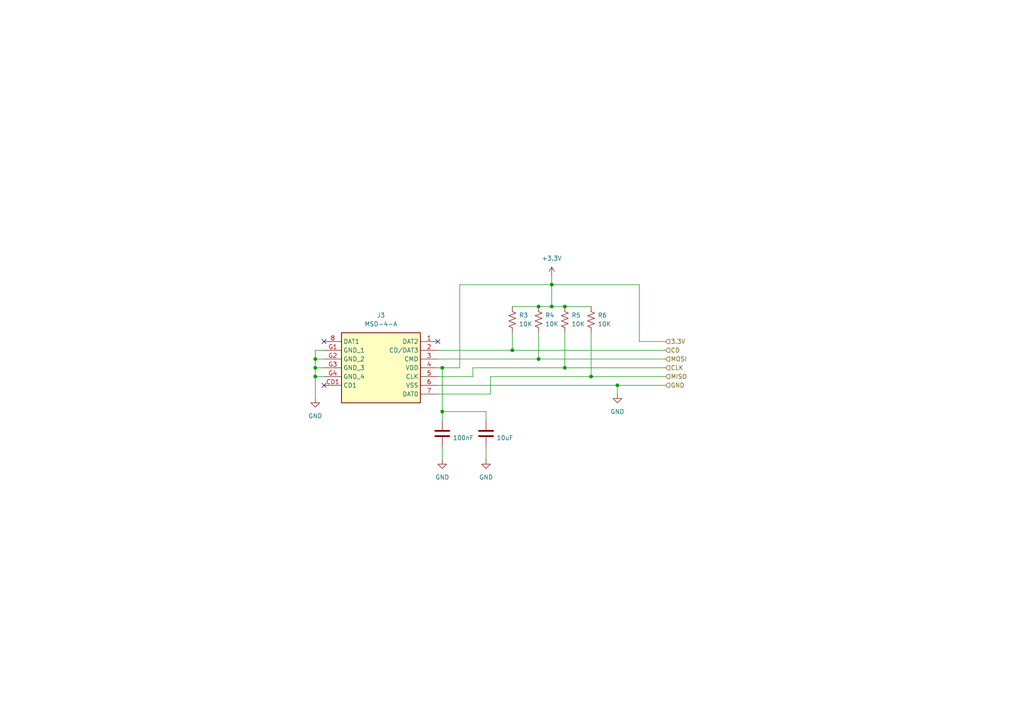
<source format=kicad_sch>
(kicad_sch (version 20231120) (generator "eeschema") (generator_version "8.0")
  (paper "A4")
  (lib_symbols
    (symbol "Device:C" (pin_numbers hide) (pin_names (offset 0.254))
      (property "Reference" "C" (at 0.635 2.54 0))
      (property "Value" "C" (at 0.635 -2.54 0))
      (symbol "C_0_1"
        (polyline (pts (xy -2.032 -0.762) (xy 2.032 -0.762)) (stroke (width 0.508)))
        (polyline (pts (xy -2.032 0.762) (xy 2.032 0.762)) (stroke (width 0.508)))
      )
      (symbol "C_1_1"
        (pin passive line (at 0 3.81 270) (length 2.794) (name "~") (number "1"))
        (pin passive line (at 0 -3.81 90) (length 2.794) (name "~") (number "2"))
      )
    )
    (symbol "Device:R_US" (pin_numbers hide) (pin_names (offset 0))
      (property "Reference" "R" (at 2.54 0 90))
      (property "Value" "R_US" (at -2.54 0 90))
      (symbol "R_US_0_1"
        (polyline (pts (xy 0 -2.286) (xy 0 -2.54)))
        (polyline (pts (xy 0 2.286) (xy 0 2.54)))
        (polyline (pts (xy 0 -0.762) (xy 1.016 -1.143) (xy 0 -1.524) (xy -1.016 -1.905) (xy 0 -2.286)))
        (polyline (pts (xy 0 0.762) (xy 1.016 0.381) (xy 0 0) (xy -1.016 -0.381) (xy 0 -0.762)))
        (polyline (pts (xy 0 2.286) (xy 1.016 1.905) (xy 0 1.524) (xy -1.016 1.143) (xy 0 0.762)))
      )
      (symbol "R_US_1_1"
        (pin passive line (at 0 3.81 270) (length 1.27) (name "~") (number "1"))
        (pin passive line (at 0 -3.81 90) (length 1.27) (name "~") (number "2"))
      )
    )
    (symbol "MSD-4-A:MSD-4-A"
      (property "Reference" "J" (at 29.21 7.62 0))
      (property "Value" "MSD-4-A" (at 29.21 5.08 0))
      (symbol "MSD-4-A_1_1"
        (rectangle (start 5.08 2.54) (end 27.94 -17.78) (stroke (width 0.254)) (fill (type background)))
        (pin passive line (at 0 0 0) (length 5.08) (name "DAT2") (number "1"))
        (pin passive line (at 0 -2.54 0) (length 5.08) (name "CD/DAT3") (number "2"))
        (pin passive line (at 0 -5.08 0) (length 5.08) (name "CMD") (number "3"))
        (pin passive line (at 0 -7.62 0) (length 5.08) (name "VDD") (number "4"))
        (pin passive line (at 0 -10.16 0) (length 5.08) (name "CLK") (number "5"))
        (pin passive line (at 0 -12.7 0) (length 5.08) (name "VSS") (number "6"))
        (pin passive line (at 0 -15.24 0) (length 5.08) (name "DAT0") (number "7"))
        (pin passive line (at 33.02 0 180) (length 5.08) (name "DAT1") (number "8"))
        (pin passive line (at 33.02 -12.7 180) (length 5.08) (name "CD1") (number "CD1"))
        (pin passive line (at 33.02 -2.54 180) (length 5.08) (name "GND_1") (number "G1"))
        (pin passive line (at 33.02 -5.08 180) (length 5.08) (name "GND_2") (number "G2"))
        (pin passive line (at 33.02 -7.62 180) (length 5.08) (name "GND_3") (number "G3"))
        (pin passive line (at 33.02 -10.16 180) (length 5.08) (name "GND_4") (number "G4"))
      )
    )
    (symbol "power:+3.3V" (power) (pin_numbers hide) (pin_names (offset 0) hide)
      (property "Value" "+3.3V" (at 0 3.556 0))
      (symbol "+3.3V_0_1"
        (polyline (pts (xy -0.762 1.27) (xy 0 2.54)))
        (polyline (pts (xy 0 0) (xy 0 2.54)))
        (polyline (pts (xy 0 2.54) (xy 0.762 1.27)))
      )
      (symbol "+3.3V_1_1"
        (pin power_in line (at 0 0 90) (length 0) (name "~") (number "1"))
      )
    )
    (symbol "power:GND" (power) (pin_numbers hide) (pin_names (offset 0) hide)
      (property "Value" "GND" (at 0 -3.81 0))
      (symbol "GND_0_1"
        (polyline (pts (xy 0 0) (xy 0 -1.27) (xy 1.27 -1.27) (xy 0 -2.54) (xy -1.27 -1.27) (xy 0 -1.27)))
      )
      (symbol "GND_1_1"
        (pin power_in line (at 0 0 270) (length 0) (name "~") (number "1"))
      )
    )
  )
  (junction (at 179.07 111.76))
  (junction (at 91.44 109.22))
  (junction (at 171.45 109.22))
  (junction (at 163.83 88.9))
  (junction (at 148.59 101.6))
  (junction (at 160.02 88.9))
  (junction (at 128.27 106.68))
  (junction (at 156.21 104.14))
  (junction (at 128.27 119.38))
  (junction (at 91.44 104.14))
  (junction (at 156.21 88.9))
  (junction (at 91.44 106.68))
  (junction (at 160.02 82.55))
  (junction (at 163.83 106.68))
  (no_connect (at 93.98 111.76))
  (no_connect (at 93.98 99.06))
  (no_connect (at 127 99.06))
  (wire (pts (xy 127 106.68) (xy 128.27 106.68)))
  (wire (pts (xy 127 109.22) (xy 137.16 109.22)))
  (wire (pts (xy 163.83 96.52) (xy 163.83 106.68)))
  (wire (pts (xy 133.35 82.55) (xy 133.35 106.68)))
  (wire (pts (xy 137.16 106.68) (xy 137.16 109.22)))
  (wire (pts (xy 156.21 88.9) (xy 160.02 88.9)))
  (wire (pts (xy 193.04 109.22) (xy 171.45 109.22)))
  (wire (pts (xy 140.97 121.92) (xy 140.97 119.38)))
  (wire (pts (xy 140.97 129.54) (xy 140.97 133.35)))
  (wire (pts (xy 171.45 109.22) (xy 142.24 109.22)))
  (wire (pts (xy 148.59 101.6) (xy 193.04 101.6)))
  (wire (pts (xy 91.44 104.14) (xy 91.44 101.6)))
  (wire (pts (xy 171.45 96.52) (xy 171.45 109.22)))
  (wire (pts (xy 142.24 114.3) (xy 127 114.3)))
  (wire (pts (xy 148.59 88.9) (xy 156.21 88.9)))
  (wire (pts (xy 128.27 119.38) (xy 128.27 121.92)))
  (wire (pts (xy 179.07 111.76) (xy 193.04 111.76)))
  (wire (pts (xy 91.44 106.68) (xy 93.98 106.68)))
  (wire (pts (xy 193.04 99.06) (xy 185.42 99.06)))
  (wire (pts (xy 91.44 115.57) (xy 91.44 109.22)))
  (wire (pts (xy 148.59 96.52) (xy 148.59 101.6)))
  (wire (pts (xy 133.35 106.68) (xy 128.27 106.68)))
  (wire (pts (xy 156.21 96.52) (xy 156.21 104.14)))
  (wire (pts (xy 127 104.14) (xy 156.21 104.14)))
  (wire (pts (xy 156.21 104.14) (xy 193.04 104.14)))
  (wire (pts (xy 163.83 106.68) (xy 137.16 106.68)))
  (wire (pts (xy 128.27 106.68) (xy 128.27 119.38)))
  (wire (pts (xy 160.02 82.55) (xy 160.02 88.9)))
  (wire (pts (xy 193.04 106.68) (xy 163.83 106.68)))
  (wire (pts (xy 91.44 109.22) (xy 93.98 109.22)))
  (wire (pts (xy 163.83 88.9) (xy 171.45 88.9)))
  (wire (pts (xy 179.07 114.3) (xy 179.07 111.76)))
  (wire (pts (xy 185.42 99.06) (xy 185.42 82.55)))
  (wire (pts (xy 128.27 119.38) (xy 140.97 119.38)))
  (wire (pts (xy 142.24 109.22) (xy 142.24 114.3)))
  (wire (pts (xy 185.42 82.55) (xy 160.02 82.55)))
  (wire (pts (xy 91.44 106.68) (xy 91.44 104.14)))
  (wire (pts (xy 127 111.76) (xy 179.07 111.76)))
  (wire (pts (xy 127 101.6) (xy 148.59 101.6)))
  (wire (pts (xy 91.44 101.6) (xy 93.98 101.6)))
  (wire (pts (xy 160.02 80.01) (xy 160.02 82.55)))
  (wire (pts (xy 128.27 129.54) (xy 128.27 133.35)))
  (wire (pts (xy 91.44 104.14) (xy 93.98 104.14)))
  (wire (pts (xy 160.02 88.9) (xy 163.83 88.9)))
  (wire (pts (xy 91.44 109.22) (xy 91.44 106.68)))
  (wire (pts (xy 160.02 82.55) (xy 133.35 82.55)))
  (hierarchical_label "CLK" (shape input) (at 193.04 106.68 0))
  (hierarchical_label "CD" (shape input) (at 193.04 101.6 0))
  (hierarchical_label "GND" (shape input) (at 193.04 111.76 0))
  (hierarchical_label "MISO" (shape input) (at 193.04 109.22 0))
  (hierarchical_label "3.3V" (shape input) (at 193.04 99.06 0))
  (hierarchical_label "MOSI" (shape input) (at 193.04 104.14 0))
  (symbol (lib_id "Device:C") (at 128.27 125.73 0) (unit 1)
    (property "Reference" "C3" (effects (hide yes)))
    (property "Value" "100nF" (at 131.318 127 0) (effects (justify left)))
    (property "Footprint" "Capacitor_SMD:C_0504_1310Metric_Pad0.83x1.28mm_HandSolder" (effects (hide yes)))
    (property "Description" "Unpolarized capacitor" (effects (hide yes)))
  )
  (symbol (lib_id "power:GND") (at 179.07 114.3 0) (unit 1)
    (property "Reference" "#PWR07" (effects (hide yes)))
    (property "Value" "GND" (at 179.07 119.38 0))
    (property "Description" "Power symbol creates a global label with name \"GND\" , ground" (effects (hide yes)))
  )
  (symbol (lib_id "power:+3.3V") (at 160.02 80.01 0) (unit 1)
    (property "Reference" "#PWR06" (effects (hide yes)))
    (property "Value" "+3.3V" (at 160.02 74.93 0))
    (property "Description" "Power symbol creates a global label with name \"+3.3V\"" (effects (hide yes)))
  )
  (symbol (lib_id "power:GND") (at 91.44 115.57 0) (unit 1)
    (property "Reference" "#PWR03" (effects (hide yes)))
    (property "Value" "GND" (at 91.44 120.65 0))
    (property "Description" "Power symbol creates a global label with name \"GND\" , ground" (effects (hide yes)))
  )
  (symbol (lib_id "power:GND") (at 128.27 133.35 0) (unit 1)
    (property "Reference" "#PWR04" (effects (hide yes)))
    (property "Value" "GND" (at 128.27 138.43 0))
    (property "Description" "Power symbol creates a global label with name \"GND\" , ground" (effects (hide yes)))
  )
  (symbol (lib_id "Device:R_US") (at 171.45 92.71 180) (unit 1)
    (property "Reference" "R6" (at 173.355 91.4399 0) (effects (justify right)))
    (property "Value" "10K" (at 173.355 93.9799 0) (effects (justify right)))
    (property "Footprint" "Resistor_SMD:R_0402_1005Metric_Pad0.72x0.64mm_HandSolder" (effects (hide yes)))
    (property "Description" "Resistor, US symbol" (effects (hide yes)))
  )
  (symbol (lib_id "Device:C") (at 140.97 125.73 0) (unit 1)
    (property "Reference" "C4" (effects (hide yes)))
    (property "Value" "10uF" (at 144.018 127 0) (effects (justify left)))
    (property "Footprint" "Capacitor_SMD:C_0504_1310Metric_Pad0.83x1.28mm_HandSolder" (effects (hide yes)))
    (property "Description" "Unpolarized capacitor" (effects (hide yes)))
  )
  (symbol (lib_id "Device:R_US") (at 163.83 92.71 180) (unit 1)
    (property "Reference" "R5" (at 165.735 91.4399 0) (effects (justify right)))
    (property "Value" "10K" (at 165.735 93.9799 0) (effects (justify right)))
    (property "Footprint" "Resistor_SMD:R_0402_1005Metric_Pad0.72x0.64mm_HandSolder" (effects (hide yes)))
    (property "Description" "Resistor, US symbol" (effects (hide yes)))
  )
  (symbol (lib_id "MSD-4-A:MSD-4-A") (at 127 99.06 0) (mirror y) (unit 1)
    (property "Reference" "J3" (at 110.49 91.44 0))
    (property "Value" "MSD-4-A" (at 110.49 93.98 0))
    (property "Footprint" "MSD4A" (effects (hide yes)))
    (property "Datasheet" "https://www.cuidevices.com/product/resource/pdf/msd-4-a.pdf" (effects (hide yes)))
    (property "Description" "Memory Card Connectors 9 Positions, Push In, Auto Eject Out, SMT, 1.8 mm Height Above Board," (effects (hide yes)))
    (property "Height" "2" (effects (hide yes)))
    (property "Mouser Part Number" "179-MSD-4-A" (effects (hide yes)))
    (property "Mouser Price/Stock" "https://www.mouser.co.uk/ProductDetail/CUI-Devices/MSD-4-A?qs=Z%252BL2brAPG1Jll%252BQTi%252Btupg%3D%3D" (effects (hide yes)))
    (property "Manufacturer_Name" "CUI Devices" (effects (hide yes)))
    (property "Manufacturer_Part_Number" "MSD-4-A" (effects (hide yes)))
  )
  (symbol (lib_id "Device:R_US") (at 156.21 92.71 180) (unit 1)
    (property "Reference" "R4" (at 158.115 91.4399 0) (effects (justify right)))
    (property "Value" "10K" (at 158.115 93.9799 0) (effects (justify right)))
    (property "Footprint" "Resistor_SMD:R_0402_1005Metric_Pad0.72x0.64mm_HandSolder" (effects (hide yes)))
    (property "Description" "Resistor, US symbol" (effects (hide yes)))
  )
  (symbol (lib_id "power:GND") (at 140.97 133.35 0) (unit 1)
    (property "Reference" "#PWR05" (effects (hide yes)))
    (property "Value" "GND" (at 140.97 138.43 0))
    (property "Description" "Power symbol creates a global label with name \"GND\" , ground" (effects (hide yes)))
  )
  (symbol (lib_id "Device:R_US") (at 148.59 92.71 0) (unit 1)
    (property "Reference" "R3" (at 150.495 91.4399 0) (effects (justify left)))
    (property "Value" "10K" (at 150.495 93.9799 0) (effects (justify left)))
    (property "Footprint" "Resistor_SMD:R_0402_1005Metric_Pad0.72x0.64mm_HandSolder" (effects (hide yes)))
    (property "Description" "Resistor, US symbol" (effects (hide yes)))
  )
)
</source>
